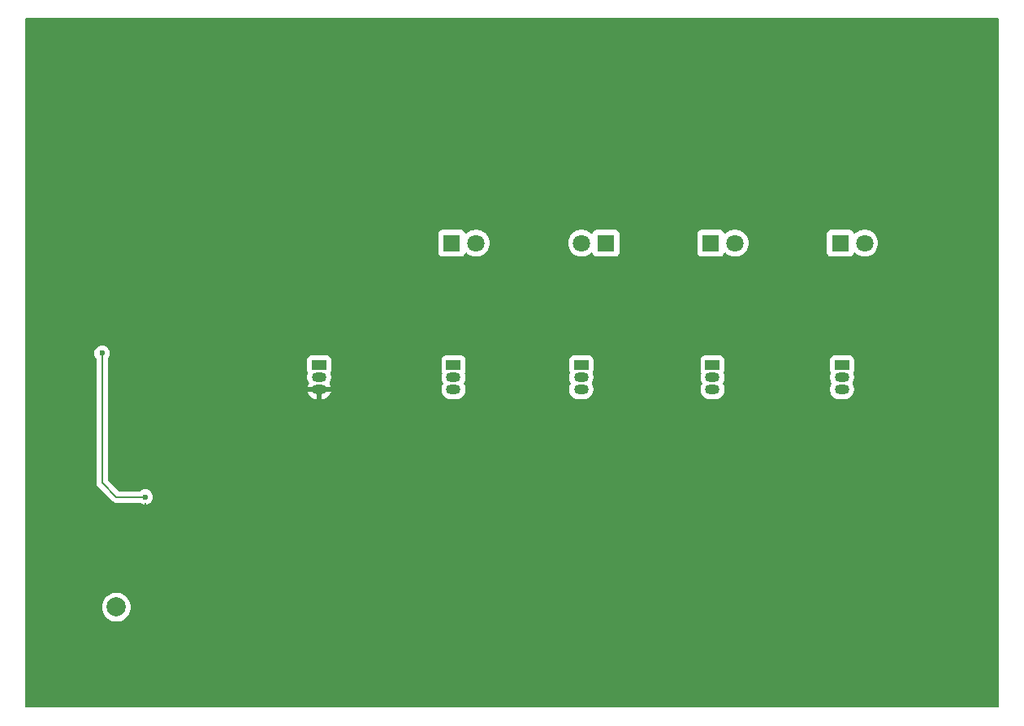
<source format=gbr>
%TF.GenerationSoftware,KiCad,Pcbnew,8.0.6*%
%TF.CreationDate,2024-11-05T10:43:43+02:00*%
%TF.ProjectId,led_control_system,6c65645f-636f-46e7-9472-6f6c5f737973,rev?*%
%TF.SameCoordinates,Original*%
%TF.FileFunction,Copper,L2,Bot*%
%TF.FilePolarity,Positive*%
%FSLAX46Y46*%
G04 Gerber Fmt 4.6, Leading zero omitted, Abs format (unit mm)*
G04 Created by KiCad (PCBNEW 8.0.6) date 2024-11-05 10:43:43*
%MOMM*%
%LPD*%
G01*
G04 APERTURE LIST*
%TA.AperFunction,ComponentPad*%
%ADD10R,1.500000X1.050000*%
%TD*%
%TA.AperFunction,ComponentPad*%
%ADD11O,1.500000X1.050000*%
%TD*%
%TA.AperFunction,ComponentPad*%
%ADD12R,1.800000X1.800000*%
%TD*%
%TA.AperFunction,ComponentPad*%
%ADD13C,1.800000*%
%TD*%
%TA.AperFunction,ViaPad*%
%ADD14C,0.600000*%
%TD*%
%TA.AperFunction,ViaPad*%
%ADD15C,2.000000*%
%TD*%
%TA.AperFunction,Conductor*%
%ADD16C,0.200000*%
%TD*%
G04 APERTURE END LIST*
D10*
%TO.P,Q3,1,C*%
%TO.N,Net-(D2-K)*%
X158460000Y-89230000D03*
D11*
%TO.P,Q3,2,B*%
%TO.N,Net-(Q1-C)*%
X158460000Y-90500000D03*
%TO.P,Q3,3,E*%
%TO.N,Net-(Q3-E)*%
X158460000Y-91770000D03*
%TD*%
D10*
%TO.P,Q1,1,C*%
%TO.N,Net-(Q1-C)*%
X131140000Y-89230000D03*
D11*
%TO.P,Q1,2,B*%
%TO.N,Net-(Q1-B)*%
X131140000Y-90500000D03*
%TO.P,Q1,3,E*%
%TO.N,GND*%
X131140000Y-91770000D03*
%TD*%
D12*
%TO.P,D3,1,K*%
%TO.N,Net-(D3-K)*%
X171960000Y-76500000D03*
D13*
%TO.P,D3,2,A*%
%TO.N,+9V*%
X174500000Y-76500000D03*
%TD*%
D12*
%TO.P,D4,1,K*%
%TO.N,Net-(D4-K)*%
X185460000Y-76500000D03*
D13*
%TO.P,D4,2,A*%
%TO.N,+9V*%
X188000000Y-76500000D03*
%TD*%
D12*
%TO.P,D1,1,K*%
%TO.N,Net-(D1-K)*%
X144960000Y-76500000D03*
D13*
%TO.P,D1,2,A*%
%TO.N,+9V*%
X147500000Y-76500000D03*
%TD*%
D10*
%TO.P,Q4,1,C*%
%TO.N,Net-(D3-K)*%
X172140000Y-89230000D03*
D11*
%TO.P,Q4,2,B*%
%TO.N,Net-(Q1-C)*%
X172140000Y-90500000D03*
%TO.P,Q4,3,E*%
%TO.N,Net-(Q4-E)*%
X172140000Y-91770000D03*
%TD*%
D10*
%TO.P,Q5,1,C*%
%TO.N,Net-(D4-K)*%
X185640000Y-89230000D03*
D11*
%TO.P,Q5,2,B*%
%TO.N,Net-(Q1-C)*%
X185640000Y-90500000D03*
%TO.P,Q5,3,E*%
%TO.N,Net-(Q5-E)*%
X185640000Y-91770000D03*
%TD*%
D12*
%TO.P,D2,1,K*%
%TO.N,Net-(D2-K)*%
X161040000Y-76500000D03*
D13*
%TO.P,D2,2,A*%
%TO.N,+9V*%
X158500000Y-76500000D03*
%TD*%
D10*
%TO.P,Q2,1,C*%
%TO.N,Net-(D1-K)*%
X145140000Y-89230000D03*
D11*
%TO.P,Q2,2,B*%
%TO.N,Net-(Q1-C)*%
X145140000Y-90500000D03*
%TO.P,Q2,3,E*%
%TO.N,Net-(Q2-E)*%
X145140000Y-91770000D03*
%TD*%
D14*
%TO.N,Net-(MK1-+)*%
X108500000Y-88000000D03*
X113000000Y-103000000D03*
D15*
%TO.N,+9V*%
X110000000Y-114500000D03*
%TO.N,GND*%
X110000000Y-111000000D03*
%TD*%
D16*
%TO.N,Net-(MK1-+)*%
X108500000Y-101500000D02*
X108500000Y-88000000D01*
X110000000Y-103000000D02*
X108500000Y-101500000D01*
X113000000Y-103000000D02*
X110000000Y-103000000D01*
%TO.N,GND*%
X113000000Y-108000000D02*
X113000000Y-103600000D01*
X110000000Y-111000000D02*
X113000000Y-108000000D01*
%TD*%
%TA.AperFunction,Conductor*%
%TO.N,GND*%
G36*
X201943039Y-53019685D02*
G01*
X201988794Y-53072489D01*
X202000000Y-53124000D01*
X202000000Y-124876000D01*
X201980315Y-124943039D01*
X201927511Y-124988794D01*
X201876000Y-125000000D01*
X100624000Y-125000000D01*
X100556961Y-124980315D01*
X100511206Y-124927511D01*
X100500000Y-124876000D01*
X100500000Y-114499994D01*
X108494357Y-114499994D01*
X108494357Y-114500005D01*
X108514890Y-114747812D01*
X108514892Y-114747824D01*
X108575936Y-114988881D01*
X108675826Y-115216606D01*
X108811833Y-115424782D01*
X108811836Y-115424785D01*
X108980256Y-115607738D01*
X109176491Y-115760474D01*
X109395190Y-115878828D01*
X109630386Y-115959571D01*
X109875665Y-116000500D01*
X110124335Y-116000500D01*
X110369614Y-115959571D01*
X110604810Y-115878828D01*
X110823509Y-115760474D01*
X111019744Y-115607738D01*
X111188164Y-115424785D01*
X111324173Y-115216607D01*
X111424063Y-114988881D01*
X111485108Y-114747821D01*
X111505643Y-114500000D01*
X111485108Y-114252179D01*
X111424063Y-114011119D01*
X111324173Y-113783393D01*
X111188166Y-113575217D01*
X111166557Y-113551744D01*
X111019744Y-113392262D01*
X110823509Y-113239526D01*
X110823507Y-113239525D01*
X110823506Y-113239524D01*
X110604811Y-113121172D01*
X110604802Y-113121169D01*
X110369616Y-113040429D01*
X110124335Y-112999500D01*
X109875665Y-112999500D01*
X109630383Y-113040429D01*
X109395197Y-113121169D01*
X109395188Y-113121172D01*
X109176493Y-113239524D01*
X108980257Y-113392261D01*
X108811833Y-113575217D01*
X108675826Y-113783393D01*
X108575936Y-114011118D01*
X108514892Y-114252175D01*
X108514890Y-114252187D01*
X108494357Y-114499994D01*
X100500000Y-114499994D01*
X100500000Y-87999996D01*
X107694435Y-87999996D01*
X107694435Y-88000003D01*
X107714630Y-88179249D01*
X107714631Y-88179254D01*
X107774211Y-88349523D01*
X107870185Y-88502263D01*
X107872445Y-88505097D01*
X107873334Y-88507275D01*
X107873889Y-88508158D01*
X107873734Y-88508255D01*
X107898855Y-88569783D01*
X107899500Y-88582412D01*
X107899500Y-101413330D01*
X107899499Y-101413348D01*
X107899499Y-101579054D01*
X107899498Y-101579054D01*
X107940423Y-101731785D01*
X107969358Y-101781900D01*
X107969359Y-101781904D01*
X107969360Y-101781904D01*
X108019479Y-101868714D01*
X108019481Y-101868717D01*
X108138349Y-101987585D01*
X108138355Y-101987590D01*
X109515139Y-103364374D01*
X109515149Y-103364385D01*
X109519479Y-103368715D01*
X109519480Y-103368716D01*
X109631284Y-103480520D01*
X109631286Y-103480521D01*
X109631290Y-103480524D01*
X109768209Y-103559573D01*
X109768216Y-103559577D01*
X109880019Y-103589534D01*
X109920942Y-103600500D01*
X109920943Y-103600500D01*
X112417588Y-103600500D01*
X112484627Y-103620185D01*
X112494903Y-103627555D01*
X112497736Y-103629814D01*
X112497738Y-103629816D01*
X112650478Y-103725789D01*
X112820745Y-103785368D01*
X112820750Y-103785369D01*
X112999996Y-103805565D01*
X113000000Y-103805565D01*
X113000004Y-103805565D01*
X113179249Y-103785369D01*
X113179252Y-103785368D01*
X113179255Y-103785368D01*
X113349522Y-103725789D01*
X113502262Y-103629816D01*
X113629816Y-103502262D01*
X113725789Y-103349522D01*
X113785368Y-103179255D01*
X113805565Y-103000000D01*
X113785368Y-102820745D01*
X113725789Y-102650478D01*
X113629816Y-102497738D01*
X113502262Y-102370184D01*
X113491117Y-102363181D01*
X113349523Y-102274211D01*
X113179254Y-102214631D01*
X113179249Y-102214630D01*
X113000004Y-102194435D01*
X112999996Y-102194435D01*
X112820750Y-102214630D01*
X112820745Y-102214631D01*
X112650476Y-102274211D01*
X112497736Y-102370185D01*
X112494903Y-102372445D01*
X112492724Y-102373334D01*
X112491842Y-102373889D01*
X112491744Y-102373734D01*
X112430217Y-102398855D01*
X112417588Y-102399500D01*
X110300097Y-102399500D01*
X110233058Y-102379815D01*
X110212416Y-102363181D01*
X109136819Y-101287584D01*
X109103334Y-101226261D01*
X109100500Y-101199903D01*
X109100500Y-88657135D01*
X129889500Y-88657135D01*
X129889500Y-89802870D01*
X129889501Y-89802876D01*
X129895908Y-89862483D01*
X129946202Y-89997328D01*
X129946203Y-89997330D01*
X129946204Y-89997331D01*
X129947028Y-89998432D01*
X129947509Y-89999721D01*
X129950454Y-90005114D01*
X129949678Y-90005537D01*
X129971448Y-90063895D01*
X129962325Y-90120198D01*
X129928910Y-90200868D01*
X129928907Y-90200880D01*
X129889500Y-90398992D01*
X129889500Y-90601007D01*
X129928907Y-90799119D01*
X129928909Y-90799127D01*
X130006212Y-90985754D01*
X130060204Y-91066558D01*
X130081081Y-91133235D01*
X130062596Y-91200615D01*
X130060204Y-91204337D01*
X130006655Y-91284479D01*
X130006654Y-91284481D01*
X129929390Y-91471016D01*
X129929387Y-91471025D01*
X129919647Y-91520000D01*
X130774134Y-91520000D01*
X130798326Y-91522383D01*
X130801123Y-91522939D01*
X130813995Y-91525499D01*
X130813996Y-91525500D01*
X130813997Y-91525500D01*
X130854170Y-91525500D01*
X130839925Y-91539745D01*
X130790556Y-91625255D01*
X130765000Y-91720630D01*
X130765000Y-91819370D01*
X130790556Y-91914745D01*
X130839925Y-92000255D01*
X130859670Y-92020000D01*
X129919647Y-92020000D01*
X129929387Y-92068974D01*
X129929390Y-92068983D01*
X130006652Y-92255513D01*
X130006659Y-92255526D01*
X130118829Y-92423399D01*
X130118832Y-92423403D01*
X130261596Y-92566167D01*
X130261600Y-92566170D01*
X130429473Y-92678340D01*
X130429486Y-92678347D01*
X130616016Y-92755609D01*
X130616025Y-92755612D01*
X130814041Y-92794999D01*
X130814045Y-92795000D01*
X130890000Y-92795000D01*
X130890000Y-92050330D01*
X130909745Y-92070075D01*
X130995255Y-92119444D01*
X131090630Y-92145000D01*
X131189370Y-92145000D01*
X131284745Y-92119444D01*
X131370255Y-92070075D01*
X131390000Y-92050330D01*
X131390000Y-92795000D01*
X131465955Y-92795000D01*
X131465958Y-92794999D01*
X131663974Y-92755612D01*
X131663983Y-92755609D01*
X131850513Y-92678347D01*
X131850526Y-92678340D01*
X132018399Y-92566170D01*
X132018403Y-92566167D01*
X132161167Y-92423403D01*
X132161170Y-92423399D01*
X132273340Y-92255526D01*
X132273347Y-92255513D01*
X132350609Y-92068983D01*
X132350612Y-92068974D01*
X132360353Y-92020000D01*
X131420330Y-92020000D01*
X131440075Y-92000255D01*
X131489444Y-91914745D01*
X131515000Y-91819370D01*
X131515000Y-91720630D01*
X131489444Y-91625255D01*
X131440075Y-91539745D01*
X131425830Y-91525500D01*
X131466004Y-91525500D01*
X131466004Y-91525499D01*
X131479473Y-91522820D01*
X131481674Y-91522383D01*
X131505866Y-91520000D01*
X132360353Y-91520000D01*
X132350612Y-91471025D01*
X132350609Y-91471016D01*
X132273347Y-91284486D01*
X132273343Y-91284479D01*
X132219795Y-91204340D01*
X132198917Y-91137662D01*
X132217401Y-91070282D01*
X132219733Y-91066652D01*
X132273786Y-90985756D01*
X132351091Y-90799127D01*
X132390500Y-90601003D01*
X132390500Y-90398997D01*
X132351091Y-90200873D01*
X132317673Y-90120198D01*
X132310205Y-90050730D01*
X132329964Y-90005340D01*
X132329547Y-90005112D01*
X132332095Y-90000444D01*
X132332972Y-89998431D01*
X132333796Y-89997331D01*
X132384091Y-89862483D01*
X132390500Y-89802873D01*
X132390499Y-88657135D01*
X143889500Y-88657135D01*
X143889500Y-89802870D01*
X143889501Y-89802876D01*
X143895908Y-89862483D01*
X143946202Y-89997328D01*
X143946203Y-89997330D01*
X143946204Y-89997331D01*
X143947028Y-89998432D01*
X143947509Y-89999721D01*
X143950454Y-90005114D01*
X143949678Y-90005537D01*
X143971448Y-90063895D01*
X143962325Y-90120198D01*
X143928910Y-90200868D01*
X143928907Y-90200880D01*
X143889500Y-90398992D01*
X143889500Y-90601007D01*
X143928907Y-90799119D01*
X143928909Y-90799127D01*
X144006213Y-90985755D01*
X144059904Y-91066109D01*
X144080782Y-91132787D01*
X144062297Y-91200167D01*
X144059904Y-91203891D01*
X144006213Y-91284244D01*
X143928909Y-91470872D01*
X143928907Y-91470880D01*
X143889500Y-91668992D01*
X143889500Y-91871007D01*
X143928907Y-92069119D01*
X143928909Y-92069127D01*
X144006212Y-92255752D01*
X144006217Y-92255762D01*
X144118441Y-92423718D01*
X144261281Y-92566558D01*
X144429237Y-92678782D01*
X144429241Y-92678784D01*
X144429244Y-92678786D01*
X144615873Y-92756091D01*
X144811478Y-92794999D01*
X144813992Y-92795499D01*
X144813996Y-92795500D01*
X144813997Y-92795500D01*
X145466004Y-92795500D01*
X145466005Y-92795499D01*
X145664127Y-92756091D01*
X145850756Y-92678786D01*
X145851424Y-92678340D01*
X146018718Y-92566558D01*
X146161558Y-92423718D01*
X146273782Y-92255762D01*
X146273782Y-92255761D01*
X146273786Y-92255756D01*
X146351091Y-92069127D01*
X146390500Y-91871003D01*
X146390500Y-91668997D01*
X146351091Y-91470873D01*
X146273884Y-91284481D01*
X146273787Y-91284246D01*
X146273786Y-91284244D01*
X146220094Y-91203889D01*
X146199217Y-91137214D01*
X146217701Y-91069834D01*
X146220078Y-91066134D01*
X146273786Y-90985756D01*
X146351091Y-90799127D01*
X146390500Y-90601003D01*
X146390500Y-90398997D01*
X146351091Y-90200873D01*
X146317673Y-90120198D01*
X146310205Y-90050730D01*
X146329964Y-90005340D01*
X146329547Y-90005112D01*
X146332095Y-90000444D01*
X146332972Y-89998431D01*
X146333796Y-89997331D01*
X146384091Y-89862483D01*
X146390500Y-89802873D01*
X146390499Y-88657135D01*
X157209500Y-88657135D01*
X157209500Y-89802870D01*
X157209501Y-89802876D01*
X157215908Y-89862483D01*
X157266202Y-89997328D01*
X157266203Y-89997330D01*
X157266204Y-89997331D01*
X157267028Y-89998432D01*
X157267509Y-89999721D01*
X157270454Y-90005114D01*
X157269678Y-90005537D01*
X157291448Y-90063895D01*
X157282325Y-90120198D01*
X157248910Y-90200868D01*
X157248907Y-90200880D01*
X157209500Y-90398992D01*
X157209500Y-90601007D01*
X157248907Y-90799119D01*
X157248909Y-90799127D01*
X157326213Y-90985755D01*
X157379904Y-91066109D01*
X157400782Y-91132787D01*
X157382297Y-91200167D01*
X157379904Y-91203891D01*
X157326213Y-91284244D01*
X157248909Y-91470872D01*
X157248907Y-91470880D01*
X157209500Y-91668992D01*
X157209500Y-91871007D01*
X157248907Y-92069119D01*
X157248909Y-92069127D01*
X157326212Y-92255752D01*
X157326217Y-92255762D01*
X157438441Y-92423718D01*
X157581281Y-92566558D01*
X157749237Y-92678782D01*
X157749241Y-92678784D01*
X157749244Y-92678786D01*
X157935873Y-92756091D01*
X158131478Y-92794999D01*
X158133992Y-92795499D01*
X158133996Y-92795500D01*
X158133997Y-92795500D01*
X158786004Y-92795500D01*
X158786005Y-92795499D01*
X158984127Y-92756091D01*
X159170756Y-92678786D01*
X159171424Y-92678340D01*
X159338718Y-92566558D01*
X159481558Y-92423718D01*
X159593782Y-92255762D01*
X159593782Y-92255761D01*
X159593786Y-92255756D01*
X159671091Y-92069127D01*
X159710500Y-91871003D01*
X159710500Y-91668997D01*
X159671091Y-91470873D01*
X159593884Y-91284481D01*
X159593787Y-91284246D01*
X159593786Y-91284244D01*
X159540094Y-91203889D01*
X159519217Y-91137214D01*
X159537701Y-91069834D01*
X159540078Y-91066134D01*
X159593786Y-90985756D01*
X159671091Y-90799127D01*
X159710500Y-90601003D01*
X159710500Y-90398997D01*
X159671091Y-90200873D01*
X159637673Y-90120198D01*
X159630205Y-90050730D01*
X159649964Y-90005340D01*
X159649547Y-90005112D01*
X159652095Y-90000444D01*
X159652972Y-89998431D01*
X159653796Y-89997331D01*
X159704091Y-89862483D01*
X159710500Y-89802873D01*
X159710499Y-88657135D01*
X170889500Y-88657135D01*
X170889500Y-89802870D01*
X170889501Y-89802876D01*
X170895908Y-89862483D01*
X170946202Y-89997328D01*
X170946203Y-89997330D01*
X170946204Y-89997331D01*
X170947028Y-89998432D01*
X170947509Y-89999721D01*
X170950454Y-90005114D01*
X170949678Y-90005537D01*
X170971448Y-90063895D01*
X170962325Y-90120198D01*
X170928910Y-90200868D01*
X170928907Y-90200880D01*
X170889500Y-90398992D01*
X170889500Y-90601007D01*
X170928907Y-90799119D01*
X170928909Y-90799127D01*
X171006213Y-90985755D01*
X171059904Y-91066109D01*
X171080782Y-91132787D01*
X171062297Y-91200167D01*
X171059904Y-91203891D01*
X171006213Y-91284244D01*
X170928909Y-91470872D01*
X170928907Y-91470880D01*
X170889500Y-91668992D01*
X170889500Y-91871007D01*
X170928907Y-92069119D01*
X170928909Y-92069127D01*
X171006212Y-92255752D01*
X171006217Y-92255762D01*
X171118441Y-92423718D01*
X171261281Y-92566558D01*
X171429237Y-92678782D01*
X171429241Y-92678784D01*
X171429244Y-92678786D01*
X171615873Y-92756091D01*
X171811478Y-92794999D01*
X171813992Y-92795499D01*
X171813996Y-92795500D01*
X171813997Y-92795500D01*
X172466004Y-92795500D01*
X172466005Y-92795499D01*
X172664127Y-92756091D01*
X172850756Y-92678786D01*
X172851424Y-92678340D01*
X173018718Y-92566558D01*
X173161558Y-92423718D01*
X173273782Y-92255762D01*
X173273782Y-92255761D01*
X173273786Y-92255756D01*
X173351091Y-92069127D01*
X173390500Y-91871003D01*
X173390500Y-91668997D01*
X173351091Y-91470873D01*
X173273884Y-91284481D01*
X173273787Y-91284246D01*
X173273786Y-91284244D01*
X173220094Y-91203889D01*
X173199217Y-91137214D01*
X173217701Y-91069834D01*
X173220078Y-91066134D01*
X173273786Y-90985756D01*
X173351091Y-90799127D01*
X173390500Y-90601003D01*
X173390500Y-90398997D01*
X173351091Y-90200873D01*
X173317673Y-90120198D01*
X173310205Y-90050730D01*
X173329964Y-90005340D01*
X173329547Y-90005112D01*
X173332095Y-90000444D01*
X173332972Y-89998431D01*
X173333796Y-89997331D01*
X173384091Y-89862483D01*
X173390500Y-89802873D01*
X173390499Y-88657135D01*
X184389500Y-88657135D01*
X184389500Y-89802870D01*
X184389501Y-89802876D01*
X184395908Y-89862483D01*
X184446202Y-89997328D01*
X184446203Y-89997330D01*
X184446204Y-89997331D01*
X184447028Y-89998432D01*
X184447509Y-89999721D01*
X184450454Y-90005114D01*
X184449678Y-90005537D01*
X184471448Y-90063895D01*
X184462325Y-90120198D01*
X184428910Y-90200868D01*
X184428907Y-90200880D01*
X184389500Y-90398992D01*
X184389500Y-90601007D01*
X184428907Y-90799119D01*
X184428909Y-90799127D01*
X184506213Y-90985755D01*
X184559904Y-91066109D01*
X184580782Y-91132787D01*
X184562297Y-91200167D01*
X184559904Y-91203891D01*
X184506213Y-91284244D01*
X184428909Y-91470872D01*
X184428907Y-91470880D01*
X184389500Y-91668992D01*
X184389500Y-91871007D01*
X184428907Y-92069119D01*
X184428909Y-92069127D01*
X184506212Y-92255752D01*
X184506217Y-92255762D01*
X184618441Y-92423718D01*
X184761281Y-92566558D01*
X184929237Y-92678782D01*
X184929241Y-92678784D01*
X184929244Y-92678786D01*
X185115873Y-92756091D01*
X185311478Y-92794999D01*
X185313992Y-92795499D01*
X185313996Y-92795500D01*
X185313997Y-92795500D01*
X185966004Y-92795500D01*
X185966005Y-92795499D01*
X186164127Y-92756091D01*
X186350756Y-92678786D01*
X186351424Y-92678340D01*
X186518718Y-92566558D01*
X186661558Y-92423718D01*
X186773782Y-92255762D01*
X186773782Y-92255761D01*
X186773786Y-92255756D01*
X186851091Y-92069127D01*
X186890500Y-91871003D01*
X186890500Y-91668997D01*
X186851091Y-91470873D01*
X186773884Y-91284481D01*
X186773787Y-91284246D01*
X186773786Y-91284244D01*
X186720094Y-91203889D01*
X186699217Y-91137214D01*
X186717701Y-91069834D01*
X186720078Y-91066134D01*
X186773786Y-90985756D01*
X186851091Y-90799127D01*
X186890500Y-90601003D01*
X186890500Y-90398997D01*
X186851091Y-90200873D01*
X186817673Y-90120198D01*
X186810205Y-90050730D01*
X186829964Y-90005340D01*
X186829547Y-90005112D01*
X186832095Y-90000444D01*
X186832972Y-89998431D01*
X186833796Y-89997331D01*
X186884091Y-89862483D01*
X186890500Y-89802873D01*
X186890499Y-88657128D01*
X186884091Y-88597517D01*
X186878457Y-88582412D01*
X186833797Y-88462671D01*
X186833793Y-88462664D01*
X186747547Y-88347455D01*
X186747544Y-88347452D01*
X186632335Y-88261206D01*
X186632328Y-88261202D01*
X186497482Y-88210908D01*
X186497483Y-88210908D01*
X186437883Y-88204501D01*
X186437881Y-88204500D01*
X186437873Y-88204500D01*
X186437864Y-88204500D01*
X184842129Y-88204500D01*
X184842123Y-88204501D01*
X184782516Y-88210908D01*
X184647671Y-88261202D01*
X184647664Y-88261206D01*
X184532455Y-88347452D01*
X184532452Y-88347455D01*
X184446206Y-88462664D01*
X184446202Y-88462671D01*
X184395908Y-88597517D01*
X184389501Y-88657116D01*
X184389501Y-88657123D01*
X184389500Y-88657135D01*
X173390499Y-88657135D01*
X173390499Y-88657128D01*
X173384091Y-88597517D01*
X173378457Y-88582412D01*
X173333797Y-88462671D01*
X173333793Y-88462664D01*
X173247547Y-88347455D01*
X173247544Y-88347452D01*
X173132335Y-88261206D01*
X173132328Y-88261202D01*
X172997482Y-88210908D01*
X172997483Y-88210908D01*
X172937883Y-88204501D01*
X172937881Y-88204500D01*
X172937873Y-88204500D01*
X172937864Y-88204500D01*
X171342129Y-88204500D01*
X171342123Y-88204501D01*
X171282516Y-88210908D01*
X171147671Y-88261202D01*
X171147664Y-88261206D01*
X171032455Y-88347452D01*
X171032452Y-88347455D01*
X170946206Y-88462664D01*
X170946202Y-88462671D01*
X170895908Y-88597517D01*
X170889501Y-88657116D01*
X170889501Y-88657123D01*
X170889500Y-88657135D01*
X159710499Y-88657135D01*
X159710499Y-88657128D01*
X159704091Y-88597517D01*
X159698457Y-88582412D01*
X159653797Y-88462671D01*
X159653793Y-88462664D01*
X159567547Y-88347455D01*
X159567544Y-88347452D01*
X159452335Y-88261206D01*
X159452328Y-88261202D01*
X159317482Y-88210908D01*
X159317483Y-88210908D01*
X159257883Y-88204501D01*
X159257881Y-88204500D01*
X159257873Y-88204500D01*
X159257864Y-88204500D01*
X157662129Y-88204500D01*
X157662123Y-88204501D01*
X157602516Y-88210908D01*
X157467671Y-88261202D01*
X157467664Y-88261206D01*
X157352455Y-88347452D01*
X157352452Y-88347455D01*
X157266206Y-88462664D01*
X157266202Y-88462671D01*
X157215908Y-88597517D01*
X157209501Y-88657116D01*
X157209501Y-88657123D01*
X157209500Y-88657135D01*
X146390499Y-88657135D01*
X146390499Y-88657128D01*
X146384091Y-88597517D01*
X146378457Y-88582412D01*
X146333797Y-88462671D01*
X146333793Y-88462664D01*
X146247547Y-88347455D01*
X146247544Y-88347452D01*
X146132335Y-88261206D01*
X146132328Y-88261202D01*
X145997482Y-88210908D01*
X145997483Y-88210908D01*
X145937883Y-88204501D01*
X145937881Y-88204500D01*
X145937873Y-88204500D01*
X145937864Y-88204500D01*
X144342129Y-88204500D01*
X144342123Y-88204501D01*
X144282516Y-88210908D01*
X144147671Y-88261202D01*
X144147664Y-88261206D01*
X144032455Y-88347452D01*
X144032452Y-88347455D01*
X143946206Y-88462664D01*
X143946202Y-88462671D01*
X143895908Y-88597517D01*
X143889501Y-88657116D01*
X143889501Y-88657123D01*
X143889500Y-88657135D01*
X132390499Y-88657135D01*
X132390499Y-88657128D01*
X132384091Y-88597517D01*
X132378457Y-88582412D01*
X132333797Y-88462671D01*
X132333793Y-88462664D01*
X132247547Y-88347455D01*
X132247544Y-88347452D01*
X132132335Y-88261206D01*
X132132328Y-88261202D01*
X131997482Y-88210908D01*
X131997483Y-88210908D01*
X131937883Y-88204501D01*
X131937881Y-88204500D01*
X131937873Y-88204500D01*
X131937864Y-88204500D01*
X130342129Y-88204500D01*
X130342123Y-88204501D01*
X130282516Y-88210908D01*
X130147671Y-88261202D01*
X130147664Y-88261206D01*
X130032455Y-88347452D01*
X130032452Y-88347455D01*
X129946206Y-88462664D01*
X129946202Y-88462671D01*
X129895908Y-88597517D01*
X129889501Y-88657116D01*
X129889501Y-88657123D01*
X129889500Y-88657135D01*
X109100500Y-88657135D01*
X109100500Y-88582412D01*
X109120185Y-88515373D01*
X109127555Y-88505097D01*
X109129810Y-88502267D01*
X109129816Y-88502262D01*
X109225789Y-88349522D01*
X109285368Y-88179255D01*
X109305565Y-88000000D01*
X109285368Y-87820745D01*
X109225789Y-87650478D01*
X109129816Y-87497738D01*
X109002262Y-87370184D01*
X108849523Y-87274211D01*
X108679254Y-87214631D01*
X108679249Y-87214630D01*
X108500004Y-87194435D01*
X108499996Y-87194435D01*
X108320750Y-87214630D01*
X108320745Y-87214631D01*
X108150476Y-87274211D01*
X107997737Y-87370184D01*
X107870184Y-87497737D01*
X107774211Y-87650476D01*
X107714631Y-87820745D01*
X107714630Y-87820750D01*
X107694435Y-87999996D01*
X100500000Y-87999996D01*
X100500000Y-75552135D01*
X143559500Y-75552135D01*
X143559500Y-77447870D01*
X143559501Y-77447876D01*
X143565908Y-77507483D01*
X143616202Y-77642328D01*
X143616206Y-77642335D01*
X143702452Y-77757544D01*
X143702455Y-77757547D01*
X143817664Y-77843793D01*
X143817671Y-77843797D01*
X143952517Y-77894091D01*
X143952516Y-77894091D01*
X143959444Y-77894835D01*
X144012127Y-77900500D01*
X145907872Y-77900499D01*
X145967483Y-77894091D01*
X146102331Y-77843796D01*
X146217546Y-77757546D01*
X146303796Y-77642331D01*
X146332455Y-77565493D01*
X146374326Y-77509559D01*
X146439790Y-77485141D01*
X146508063Y-77499992D01*
X146539866Y-77524843D01*
X146545046Y-77530469D01*
X146548215Y-77533912D01*
X146548222Y-77533918D01*
X146731365Y-77676464D01*
X146731371Y-77676468D01*
X146731374Y-77676470D01*
X146935497Y-77786936D01*
X147049487Y-77826068D01*
X147155015Y-77862297D01*
X147155017Y-77862297D01*
X147155019Y-77862298D01*
X147383951Y-77900500D01*
X147383952Y-77900500D01*
X147616048Y-77900500D01*
X147616049Y-77900500D01*
X147844981Y-77862298D01*
X148064503Y-77786936D01*
X148268626Y-77676470D01*
X148451784Y-77533913D01*
X148608979Y-77363153D01*
X148735924Y-77168849D01*
X148829157Y-76956300D01*
X148886134Y-76731305D01*
X148905300Y-76500000D01*
X148905300Y-76499993D01*
X157094700Y-76499993D01*
X157094700Y-76500006D01*
X157113864Y-76731297D01*
X157113866Y-76731308D01*
X157170842Y-76956300D01*
X157264075Y-77168848D01*
X157391016Y-77363147D01*
X157391019Y-77363151D01*
X157391021Y-77363153D01*
X157548216Y-77533913D01*
X157548219Y-77533915D01*
X157548222Y-77533918D01*
X157731365Y-77676464D01*
X157731371Y-77676468D01*
X157731374Y-77676470D01*
X157935497Y-77786936D01*
X158049487Y-77826068D01*
X158155015Y-77862297D01*
X158155017Y-77862297D01*
X158155019Y-77862298D01*
X158383951Y-77900500D01*
X158383952Y-77900500D01*
X158616048Y-77900500D01*
X158616049Y-77900500D01*
X158844981Y-77862298D01*
X159064503Y-77786936D01*
X159268626Y-77676470D01*
X159451784Y-77533913D01*
X159460130Y-77524846D01*
X159520010Y-77488854D01*
X159589849Y-77490949D01*
X159647468Y-77530469D01*
X159667544Y-77565491D01*
X159696203Y-77642330D01*
X159696206Y-77642335D01*
X159782452Y-77757544D01*
X159782455Y-77757547D01*
X159897664Y-77843793D01*
X159897671Y-77843797D01*
X160032517Y-77894091D01*
X160032516Y-77894091D01*
X160039444Y-77894835D01*
X160092127Y-77900500D01*
X161987872Y-77900499D01*
X162047483Y-77894091D01*
X162182331Y-77843796D01*
X162297546Y-77757546D01*
X162383796Y-77642331D01*
X162434091Y-77507483D01*
X162440500Y-77447873D01*
X162440499Y-75552135D01*
X170559500Y-75552135D01*
X170559500Y-77447870D01*
X170559501Y-77447876D01*
X170565908Y-77507483D01*
X170616202Y-77642328D01*
X170616206Y-77642335D01*
X170702452Y-77757544D01*
X170702455Y-77757547D01*
X170817664Y-77843793D01*
X170817671Y-77843797D01*
X170952517Y-77894091D01*
X170952516Y-77894091D01*
X170959444Y-77894835D01*
X171012127Y-77900500D01*
X172907872Y-77900499D01*
X172967483Y-77894091D01*
X173102331Y-77843796D01*
X173217546Y-77757546D01*
X173303796Y-77642331D01*
X173332455Y-77565493D01*
X173374326Y-77509559D01*
X173439790Y-77485141D01*
X173508063Y-77499992D01*
X173539866Y-77524843D01*
X173545046Y-77530469D01*
X173548215Y-77533912D01*
X173548222Y-77533918D01*
X173731365Y-77676464D01*
X173731371Y-77676468D01*
X173731374Y-77676470D01*
X173935497Y-77786936D01*
X174049487Y-77826068D01*
X174155015Y-77862297D01*
X174155017Y-77862297D01*
X174155019Y-77862298D01*
X174383951Y-77900500D01*
X174383952Y-77900500D01*
X174616048Y-77900500D01*
X174616049Y-77900500D01*
X174844981Y-77862298D01*
X175064503Y-77786936D01*
X175268626Y-77676470D01*
X175451784Y-77533913D01*
X175608979Y-77363153D01*
X175735924Y-77168849D01*
X175829157Y-76956300D01*
X175886134Y-76731305D01*
X175905300Y-76500000D01*
X175905300Y-76499993D01*
X175886135Y-76268702D01*
X175886133Y-76268691D01*
X175829157Y-76043699D01*
X175735924Y-75831151D01*
X175608983Y-75636852D01*
X175608980Y-75636849D01*
X175608979Y-75636847D01*
X175530996Y-75552135D01*
X184059500Y-75552135D01*
X184059500Y-77447870D01*
X184059501Y-77447876D01*
X184065908Y-77507483D01*
X184116202Y-77642328D01*
X184116206Y-77642335D01*
X184202452Y-77757544D01*
X184202455Y-77757547D01*
X184317664Y-77843793D01*
X184317671Y-77843797D01*
X184452517Y-77894091D01*
X184452516Y-77894091D01*
X184459444Y-77894835D01*
X184512127Y-77900500D01*
X186407872Y-77900499D01*
X186467483Y-77894091D01*
X186602331Y-77843796D01*
X186717546Y-77757546D01*
X186803796Y-77642331D01*
X186832455Y-77565493D01*
X186874326Y-77509559D01*
X186939790Y-77485141D01*
X187008063Y-77499992D01*
X187039866Y-77524843D01*
X187045046Y-77530469D01*
X187048215Y-77533912D01*
X187048222Y-77533918D01*
X187231365Y-77676464D01*
X187231371Y-77676468D01*
X187231374Y-77676470D01*
X187435497Y-77786936D01*
X187549487Y-77826068D01*
X187655015Y-77862297D01*
X187655017Y-77862297D01*
X187655019Y-77862298D01*
X187883951Y-77900500D01*
X187883952Y-77900500D01*
X188116048Y-77900500D01*
X188116049Y-77900500D01*
X188344981Y-77862298D01*
X188564503Y-77786936D01*
X188768626Y-77676470D01*
X188951784Y-77533913D01*
X189108979Y-77363153D01*
X189235924Y-77168849D01*
X189329157Y-76956300D01*
X189386134Y-76731305D01*
X189405300Y-76500000D01*
X189405300Y-76499993D01*
X189386135Y-76268702D01*
X189386133Y-76268691D01*
X189329157Y-76043699D01*
X189235924Y-75831151D01*
X189108983Y-75636852D01*
X189108980Y-75636849D01*
X189108979Y-75636847D01*
X188951784Y-75466087D01*
X188951779Y-75466083D01*
X188951777Y-75466081D01*
X188768634Y-75323535D01*
X188768628Y-75323531D01*
X188564504Y-75213064D01*
X188564495Y-75213061D01*
X188344984Y-75137702D01*
X188154450Y-75105908D01*
X188116049Y-75099500D01*
X187883951Y-75099500D01*
X187845550Y-75105908D01*
X187655015Y-75137702D01*
X187435504Y-75213061D01*
X187435495Y-75213064D01*
X187231371Y-75323531D01*
X187231365Y-75323535D01*
X187048222Y-75466081D01*
X187048218Y-75466085D01*
X187048216Y-75466086D01*
X187048216Y-75466087D01*
X187039870Y-75475154D01*
X187039866Y-75475158D01*
X186979979Y-75511148D01*
X186910141Y-75509047D01*
X186852525Y-75469522D01*
X186832455Y-75434507D01*
X186803797Y-75357671D01*
X186803793Y-75357664D01*
X186717547Y-75242455D01*
X186717544Y-75242452D01*
X186602335Y-75156206D01*
X186602328Y-75156202D01*
X186467482Y-75105908D01*
X186467483Y-75105908D01*
X186407883Y-75099501D01*
X186407881Y-75099500D01*
X186407873Y-75099500D01*
X186407864Y-75099500D01*
X184512129Y-75099500D01*
X184512123Y-75099501D01*
X184452516Y-75105908D01*
X184317671Y-75156202D01*
X184317664Y-75156206D01*
X184202455Y-75242452D01*
X184202452Y-75242455D01*
X184116206Y-75357664D01*
X184116202Y-75357671D01*
X184065908Y-75492517D01*
X184059501Y-75552116D01*
X184059501Y-75552123D01*
X184059500Y-75552135D01*
X175530996Y-75552135D01*
X175451784Y-75466087D01*
X175451779Y-75466083D01*
X175451777Y-75466081D01*
X175268634Y-75323535D01*
X175268628Y-75323531D01*
X175064504Y-75213064D01*
X175064495Y-75213061D01*
X174844984Y-75137702D01*
X174654450Y-75105908D01*
X174616049Y-75099500D01*
X174383951Y-75099500D01*
X174345550Y-75105908D01*
X174155015Y-75137702D01*
X173935504Y-75213061D01*
X173935495Y-75213064D01*
X173731371Y-75323531D01*
X173731365Y-75323535D01*
X173548222Y-75466081D01*
X173548218Y-75466085D01*
X173548216Y-75466086D01*
X173548216Y-75466087D01*
X173539870Y-75475154D01*
X173539866Y-75475158D01*
X173479979Y-75511148D01*
X173410141Y-75509047D01*
X173352525Y-75469522D01*
X173332455Y-75434507D01*
X173303797Y-75357671D01*
X173303793Y-75357664D01*
X173217547Y-75242455D01*
X173217544Y-75242452D01*
X173102335Y-75156206D01*
X173102328Y-75156202D01*
X172967482Y-75105908D01*
X172967483Y-75105908D01*
X172907883Y-75099501D01*
X172907881Y-75099500D01*
X172907873Y-75099500D01*
X172907864Y-75099500D01*
X171012129Y-75099500D01*
X171012123Y-75099501D01*
X170952516Y-75105908D01*
X170817671Y-75156202D01*
X170817664Y-75156206D01*
X170702455Y-75242452D01*
X170702452Y-75242455D01*
X170616206Y-75357664D01*
X170616202Y-75357671D01*
X170565908Y-75492517D01*
X170559501Y-75552116D01*
X170559501Y-75552123D01*
X170559500Y-75552135D01*
X162440499Y-75552135D01*
X162440499Y-75552128D01*
X162434091Y-75492517D01*
X162425514Y-75469522D01*
X162383797Y-75357671D01*
X162383793Y-75357664D01*
X162297547Y-75242455D01*
X162297544Y-75242452D01*
X162182335Y-75156206D01*
X162182328Y-75156202D01*
X162047482Y-75105908D01*
X162047483Y-75105908D01*
X161987883Y-75099501D01*
X161987881Y-75099500D01*
X161987873Y-75099500D01*
X161987864Y-75099500D01*
X160092129Y-75099500D01*
X160092123Y-75099501D01*
X160032516Y-75105908D01*
X159897671Y-75156202D01*
X159897664Y-75156206D01*
X159782455Y-75242452D01*
X159782452Y-75242455D01*
X159696206Y-75357664D01*
X159696203Y-75357670D01*
X159667544Y-75434508D01*
X159625672Y-75490441D01*
X159560208Y-75514858D01*
X159491935Y-75500006D01*
X159460135Y-75475158D01*
X159451784Y-75466087D01*
X159451778Y-75466082D01*
X159451777Y-75466081D01*
X159268634Y-75323535D01*
X159268628Y-75323531D01*
X159064504Y-75213064D01*
X159064495Y-75213061D01*
X158844984Y-75137702D01*
X158654450Y-75105908D01*
X158616049Y-75099500D01*
X158383951Y-75099500D01*
X158345550Y-75105908D01*
X158155015Y-75137702D01*
X157935504Y-75213061D01*
X157935495Y-75213064D01*
X157731371Y-75323531D01*
X157731365Y-75323535D01*
X157548222Y-75466081D01*
X157548219Y-75466084D01*
X157548216Y-75466086D01*
X157548216Y-75466087D01*
X157508669Y-75509047D01*
X157391016Y-75636852D01*
X157264075Y-75831151D01*
X157170842Y-76043699D01*
X157113866Y-76268691D01*
X157113864Y-76268702D01*
X157094700Y-76499993D01*
X148905300Y-76499993D01*
X148886135Y-76268702D01*
X148886133Y-76268691D01*
X148829157Y-76043699D01*
X148735924Y-75831151D01*
X148608983Y-75636852D01*
X148608980Y-75636849D01*
X148608979Y-75636847D01*
X148451784Y-75466087D01*
X148451779Y-75466083D01*
X148451777Y-75466081D01*
X148268634Y-75323535D01*
X148268628Y-75323531D01*
X148064504Y-75213064D01*
X148064495Y-75213061D01*
X147844984Y-75137702D01*
X147654450Y-75105908D01*
X147616049Y-75099500D01*
X147383951Y-75099500D01*
X147345550Y-75105908D01*
X147155015Y-75137702D01*
X146935504Y-75213061D01*
X146935495Y-75213064D01*
X146731371Y-75323531D01*
X146731365Y-75323535D01*
X146548222Y-75466081D01*
X146548218Y-75466085D01*
X146548216Y-75466086D01*
X146548216Y-75466087D01*
X146539870Y-75475154D01*
X146539866Y-75475158D01*
X146479979Y-75511148D01*
X146410141Y-75509047D01*
X146352525Y-75469522D01*
X146332455Y-75434507D01*
X146303797Y-75357671D01*
X146303793Y-75357664D01*
X146217547Y-75242455D01*
X146217544Y-75242452D01*
X146102335Y-75156206D01*
X146102328Y-75156202D01*
X145967482Y-75105908D01*
X145967483Y-75105908D01*
X145907883Y-75099501D01*
X145907881Y-75099500D01*
X145907873Y-75099500D01*
X145907864Y-75099500D01*
X144012129Y-75099500D01*
X144012123Y-75099501D01*
X143952516Y-75105908D01*
X143817671Y-75156202D01*
X143817664Y-75156206D01*
X143702455Y-75242452D01*
X143702452Y-75242455D01*
X143616206Y-75357664D01*
X143616202Y-75357671D01*
X143565908Y-75492517D01*
X143559501Y-75552116D01*
X143559501Y-75552123D01*
X143559500Y-75552135D01*
X100500000Y-75552135D01*
X100500000Y-53124000D01*
X100519685Y-53056961D01*
X100572489Y-53011206D01*
X100624000Y-53000000D01*
X201876000Y-53000000D01*
X201943039Y-53019685D01*
G37*
%TD.AperFunction*%
%TD*%
M02*

</source>
